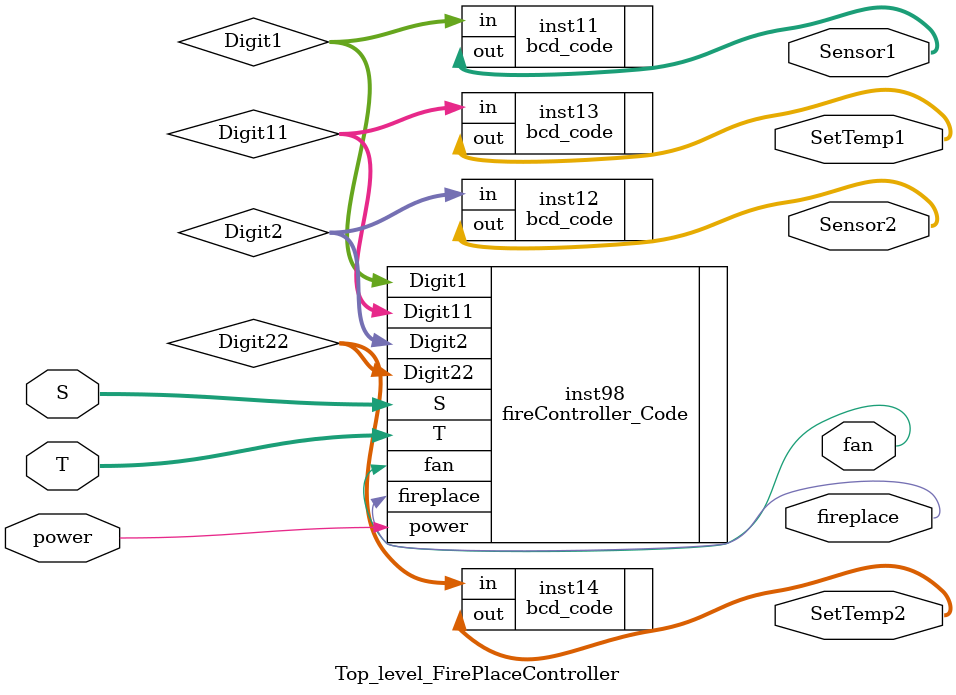
<source format=v>
module Top_level_FirePlaceController(
  input [4:0] S,                
  input power,                 
  input [4:0] T,               
  output fireplace,        
  output fan,               
  output [6:0]  Sensor1,
  output [6:0]  Sensor2,
  output [6:0]  SetTemp1,
  output [6:0]  SetTemp2
  );

  wire [6:0] Digit1;
   wire [6:0] Digit2;
	 wire [6:0] Digit11;
	  wire [6:0] Digit22;
	  
fireController_Code inst98 (
	.S (S),
	.power(power),
	.T(T),
	.fireplace(fireplace),
	.fan(fan),
	.Digit1(Digit1),
	.Digit2(Digit2),
	.Digit11(Digit11),
	.Digit22(Digit22)
);

bcd_code inst11
(	.in(Digit1),
	.out(Sensor1)
);
bcd_code inst12
(	.in(Digit2),
	.out(Sensor2)
);
bcd_code inst13
(	.in(Digit11),
	.out(SetTemp1)
);
bcd_code inst14
(	.in(Digit22),
	.out(SetTemp2)
);
endmodule 
</source>
